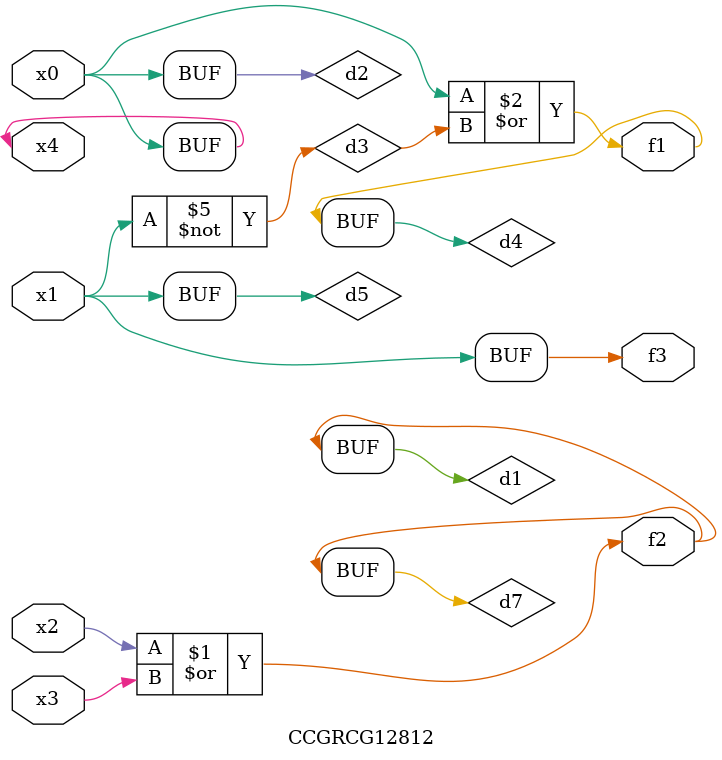
<source format=v>
module CCGRCG12812(
	input x0, x1, x2, x3, x4,
	output f1, f2, f3
);

	wire d1, d2, d3, d4, d5, d6, d7;

	or (d1, x2, x3);
	buf (d2, x0, x4);
	not (d3, x1);
	or (d4, d2, d3);
	not (d5, d3);
	nand (d6, d1, d3);
	or (d7, d1);
	assign f1 = d4;
	assign f2 = d7;
	assign f3 = d5;
endmodule

</source>
